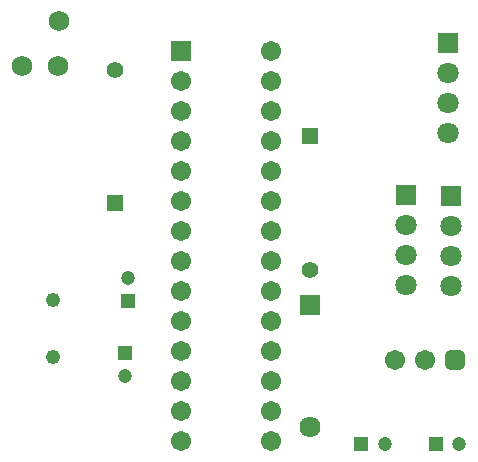
<source format=gts>
G04*
G04 #@! TF.GenerationSoftware,Altium Limited,Altium Designer,23.4.1 (23)*
G04*
G04 Layer_Color=8388736*
%FSLAX44Y44*%
%MOMM*%
G71*
G04*
G04 #@! TF.SameCoordinates,99EBD1B5-C4FE-4FA8-BA42-E2C8A1C5BD1C*
G04*
G04*
G04 #@! TF.FilePolarity,Negative*
G04*
G01*
G75*
%ADD16C,1.2000*%
%ADD17R,1.2000X1.2000*%
%ADD18R,1.2000X1.2000*%
%ADD19C,1.7032*%
G04:AMPARAMS|DCode=20|XSize=1.7032mm|YSize=1.7032mm|CornerRadius=0.4766mm|HoleSize=0mm|Usage=FLASHONLY|Rotation=0.000|XOffset=0mm|YOffset=0mm|HoleType=Round|Shape=RoundedRectangle|*
%AMROUNDEDRECTD20*
21,1,1.7032,0.7500,0,0,0.0*
21,1,0.7500,1.7032,0,0,0.0*
1,1,0.9532,0.3750,-0.3750*
1,1,0.9532,-0.3750,-0.3750*
1,1,0.9532,-0.3750,0.3750*
1,1,0.9532,0.3750,0.3750*
%
%ADD20ROUNDEDRECTD20*%
%ADD21C,1.7272*%
%ADD22C,1.8032*%
%ADD23R,1.8032X1.8032*%
%ADD24C,1.7932*%
%ADD25R,1.7932X1.7932*%
%ADD26C,1.4000*%
%ADD27R,1.4000X1.4000*%
%ADD28R,1.7032X1.7032*%
%ADD29C,1.2332*%
D16*
X340360Y59690D02*
D03*
X403700D02*
D03*
X120650Y117000D02*
D03*
X123190Y200500D02*
D03*
D17*
X320360Y59690D02*
D03*
X383700D02*
D03*
D18*
X120650Y137000D02*
D03*
X123190Y180500D02*
D03*
D19*
X349250Y130810D02*
D03*
X374650D02*
D03*
X243840Y62230D02*
D03*
Y87630D02*
D03*
Y113030D02*
D03*
Y138430D02*
D03*
Y163830D02*
D03*
Y189230D02*
D03*
Y214630D02*
D03*
Y240030D02*
D03*
Y265430D02*
D03*
Y290830D02*
D03*
Y316230D02*
D03*
Y341630D02*
D03*
Y367030D02*
D03*
Y392430D02*
D03*
X167640Y62230D02*
D03*
Y87630D02*
D03*
Y113030D02*
D03*
Y138430D02*
D03*
Y163830D02*
D03*
Y189230D02*
D03*
Y214630D02*
D03*
Y240030D02*
D03*
Y265430D02*
D03*
Y290830D02*
D03*
Y316230D02*
D03*
Y341630D02*
D03*
Y367030D02*
D03*
D20*
X400050Y130810D02*
D03*
D21*
X64861Y417830D02*
D03*
X63500Y379730D02*
D03*
X33020D02*
D03*
D22*
X396240Y193040D02*
D03*
Y218440D02*
D03*
Y243840D02*
D03*
X358140Y194310D02*
D03*
Y219710D02*
D03*
Y245110D02*
D03*
X393700Y322580D02*
D03*
Y347980D02*
D03*
Y373380D02*
D03*
D23*
X396240Y269240D02*
D03*
X358140Y270510D02*
D03*
X393700Y398780D02*
D03*
D24*
X276860Y73760D02*
D03*
D25*
Y177700D02*
D03*
D26*
Y207010D02*
D03*
X111760Y376540D02*
D03*
D27*
X276860Y320010D02*
D03*
X111760Y263540D02*
D03*
D28*
X167640Y392430D02*
D03*
D29*
X59690Y133080D02*
D03*
Y181880D02*
D03*
M02*

</source>
